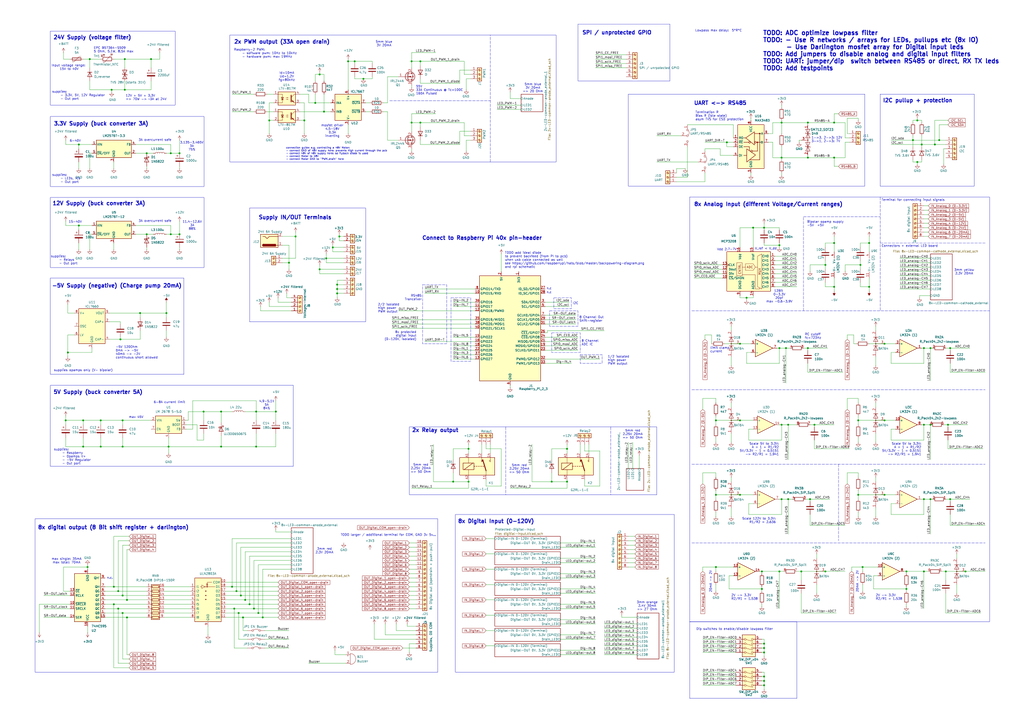
<source format=kicad_sch>
(kicad_sch
	(version 20231120)
	(generator "eeschema")
	(generator_version "8.0")
	(uuid "af4d11a6-73e1-4c39-a25e-5fe7dfa07237")
	(paper "A2")
	
	(junction
		(at 139.7 345.44)
		(diameter 0)
		(color 0 0 0 0)
		(uuid "01a8e618-7e14-4882-9136-a12536116a47")
	)
	(junction
		(at 48.26 259.08)
		(diameter 0)
		(color 0 0 0 0)
		(uuid "04e54955-95ed-4070-adbb-7cee1b2c7a8b")
	)
	(junction
		(at 135.89 353.06)
		(diameter 0)
		(color 0 0 0 0)
		(uuid "05eca1c0-0042-44d8-82a8-b1f48175c33d")
	)
	(junction
		(at 483.87 91.44)
		(diameter 0)
		(color 0 0 0 0)
		(uuid "06f335d7-63de-4572-a20a-022b6c7f93c9")
	)
	(junction
		(at 542.29 83.82)
		(diameter 0)
		(color 0 0 0 0)
		(uuid "072c8fc6-89d0-4715-8ea4-dd9134761f17")
	)
	(junction
		(at 529.59 81.28)
		(diameter 0)
		(color 0 0 0 0)
		(uuid "07823899-5798-4592-8eff-8b1fe5858f30")
	)
	(junction
		(at 210.82 45.72)
		(diameter 0)
		(color 0 0 0 0)
		(uuid "0c7b1ae2-c684-4906-92c2-8dfa0b9613b9")
	)
	(junction
		(at 182.88 59.69)
		(diameter 0)
		(color 0 0 0 0)
		(uuid "0eedc99b-ff42-4961-8286-6066dee5c8fe")
	)
	(junction
		(at 504.19 140.97)
		(diameter 0)
		(color 0 0 0 0)
		(uuid "0f3fa599-affa-44c6-8b85-24ce12db14ea")
	)
	(junction
		(at 66.04 340.36)
		(diameter 0)
		(color 0 0 0 0)
		(uuid "10026633-9ac7-4b72-aa53-10151f42da81")
	)
	(junction
		(at 71.12 243.84)
		(diameter 0)
		(color 0 0 0 0)
		(uuid "105d8991-ac05-4276-b194-5060bc474cf0")
	)
	(junction
		(at 176.53 69.85)
		(diameter 0)
		(color 0 0 0 0)
		(uuid "11580b8b-6675-41d3-b33d-e1ed958eda93")
	)
	(junction
		(at 152.4 358.14)
		(diameter 0)
		(color 0 0 0 0)
		(uuid "119c3b35-4b9f-4318-9220-02559deba15e")
	)
	(junction
		(at 185.42 43.18)
		(diameter 0)
		(color 0 0 0 0)
		(uuid "14ee932b-b4bf-415b-ab21-01e0b930417b")
	)
	(junction
		(at 513.08 243.84)
		(diameter 0)
		(color 0 0 0 0)
		(uuid "14fcd33f-6a27-4b5c-bd8a-16602ae94ce3")
	)
	(junction
		(at 39.37 204.47)
		(diameter 0)
		(color 0 0 0 0)
		(uuid "16107448-b037-4021-a9bb-1fb19d6f36c7")
	)
	(junction
		(at 468.63 71.12)
		(diameter 0)
		(color 0 0 0 0)
		(uuid "1827b75e-5515-4844-a399-117e6918fd73")
	)
	(junction
		(at 532.13 93.98)
		(diameter 0)
		(color 0 0 0 0)
		(uuid "1c476741-4a7f-44e7-a84a-5b0fc50d1df8")
	)
	(junction
		(at 72.39 52.07)
		(diameter 0)
		(color 0 0 0 0)
		(uuid "1ca1e8b3-a925-433d-8b97-4bcdb1b98a40")
	)
	(junction
		(at 483.87 166.37)
		(diameter 0)
		(color 0 0 0 0)
		(uuid "1f83392c-f6f4-4c47-92c7-6541609902a5")
	)
	(junction
		(at 504.19 166.37)
		(diameter 0)
		(color 0 0 0 0)
		(uuid "1ff1815a-ddb0-4907-bed1-18b8fe5665e3")
	)
	(junction
		(at 457.2 246.38)
		(diameter 0)
		(color 0 0 0 0)
		(uuid "209182a8-b4b9-40cd-b5b2-bd90b860e927")
	)
	(junction
		(at 271.78 260.35)
		(diameter 0)
		(color 0 0 0 0)
		(uuid "213f96fc-26d9-4cf1-83bd-f4336ef00b81")
	)
	(junction
		(at 320.04 279.4)
		(diameter 0)
		(color 0 0 0 0)
		(uuid "236f3f4e-76e9-4351-baf1-7665cdb427aa")
	)
	(junction
		(at 144.78 350.52)
		(diameter 0)
		(color 0 0 0 0)
		(uuid "24719f92-8210-4aa7-b4fb-885fcf560860")
	)
	(junction
		(at 128.27 238.76)
		(diameter 0)
		(color 0 0 0 0)
		(uuid "28045595-b22a-4b06-9953-9f52298bbfc3")
	)
	(junction
		(at 238.76 35.56)
		(diameter 0)
		(color 0 0 0 0)
		(uuid "2a544a35-89e9-4403-a76e-deca404b0df4")
	)
	(junction
		(at 453.39 71.12)
		(diameter 0)
		(color 0 0 0 0)
		(uuid "2d47b40e-d23f-458b-8bda-f40f4a63d16c")
	)
	(junction
		(at 457.2 289.56)
		(diameter 0)
		(color 0 0 0 0)
		(uuid "2ec783c1-8b84-46a4-83e0-9e6bdd9d83e1")
	)
	(junction
		(at 415.29 287.02)
		(diameter 0)
		(color 0 0 0 0)
		(uuid "2f3e2706-66a2-4ddc-84d7-d0f87e408bee")
	)
	(junction
		(at 429.26 199.39)
		(diameter 0)
		(color 0 0 0 0)
		(uuid "322a1d28-d972-4b68-a81b-9e541f249074")
	)
	(junction
		(at 52.07 34.29)
		(diameter 0)
		(color 0 0 0 0)
		(uuid "323916cf-5786-4346-bdcd-89c81cb32737")
	)
	(junction
		(at 171.45 137.16)
		(diameter 0)
		(color 0 0 0 0)
		(uuid "36c7ffc8-59d3-497b-8dce-a7b0d2f66aca")
	)
	(junction
		(at 185.42 156.21)
		(diameter 0)
		(color 0 0 0 0)
		(uuid "36d68065-ce7c-4d04-bfc0-73baed985380")
	)
	(junction
		(at 48.26 243.84)
		(diameter 0)
		(color 0 0 0 0)
		(uuid "383ef42e-22d7-43b3-89d3-2af42737728c")
	)
	(junction
		(at 535.94 246.38)
		(diameter 0)
		(color 0 0 0 0)
		(uuid "3ae78f7f-94a6-4485-a6b5-d7ce73e1abef")
	)
	(junction
		(at 513.08 199.39)
		(diameter 0)
		(color 0 0 0 0)
		(uuid "3b4b0fd5-c991-4a1b-b89c-c6b2bfe001ca")
	)
	(junction
		(at 50.8 328.93)
		(diameter 0)
		(color 0 0 0 0)
		(uuid "3c754c5e-b249-46c4-9d05-9f550316aca5")
	)
	(junction
		(at 196.85 137.16)
		(diameter 0)
		(color 0 0 0 0)
		(uuid "4165b357-897a-49f2-9ef7-d976d8e6b00f")
	)
	(junction
		(at 58.42 243.84)
		(diameter 0)
		(color 0 0 0 0)
		(uuid "422bc740-9691-4697-b466-286d91cb40aa")
	)
	(junction
		(at 443.23 132.08)
		(diameter 0)
		(color 0 0 0 0)
		(uuid "42f8f2a2-d4f1-4f85-a7f3-af76fd15f334")
	)
	(junction
		(at 81.28 181.61)
		(diameter 0)
		(color 0 0 0 0)
		(uuid "49b65474-3c4a-461b-8a68-40a6b20540ce")
	)
	(junction
		(at 535.94 201.93)
		(diameter 0)
		(color 0 0 0 0)
		(uuid "4c28afa4-cb18-4457-bfd3-5c53dabd8baa")
	)
	(junction
		(at 66.04 350.52)
		(diameter 0)
		(color 0 0 0 0)
		(uuid "4dd49bce-72c0-4885-aaa1-4fc2ceee5ed9")
	)
	(junction
		(at 433.07 172.72)
		(diameter 0)
		(color 0 0 0 0)
		(uuid "4e57230f-aabe-47d0-b863-f2adc3d1ffe4")
	)
	(junction
		(at 551.18 289.56)
		(diameter 0)
		(color 0 0 0 0)
		(uuid "5350fbf4-d95b-437a-9686-20f0bf58d3a4")
	)
	(junction
		(at 534.67 83.82)
		(diameter 0)
		(color 0 0 0 0)
		(uuid "53d66afe-70cb-456e-9b1b-03e37a30427c")
	)
	(junction
		(at 535.94 289.56)
		(diameter 0)
		(color 0 0 0 0)
		(uuid "5453c15f-3da7-498f-b4d4-eefd4a32800e")
	)
	(junction
		(at 71.12 259.08)
		(diameter 0)
		(color 0 0 0 0)
		(uuid "548e2dfb-04f2-4d21-ab49-d803782e4bea")
	)
	(junction
		(at 478.79 153.67)
		(diameter 0)
		(color 0 0 0 0)
		(uuid "55a82554-799d-4bb3-8181-718182c3900f")
	)
	(junction
		(at 497.84 243.84)
		(diameter 0)
		(color 0 0 0 0)
		(uuid "57a339c8-b411-45ff-a169-a3416d23d890")
	)
	(junction
		(at 328.93 279.4)
		(diameter 0)
		(color 0 0 0 0)
		(uuid "58641e9a-dfea-4a17-a599-d3f20704b922")
	)
	(junction
		(at 104.14 135.89)
		(diameter 0)
		(color 0 0 0 0)
		(uuid "5b0eb3d4-c4be-4d9b-9e7b-ef02c7a05fa6")
	)
	(junction
		(at 535.94 331.47)
		(diameter 0)
		(color 0 0 0 0)
		(uuid "5ebeab69-b597-43d2-ab3a-c72fec21131d")
	)
	(junction
		(at 500.38 328.93)
		(diameter 0)

... [559228 chars truncated]
</source>
